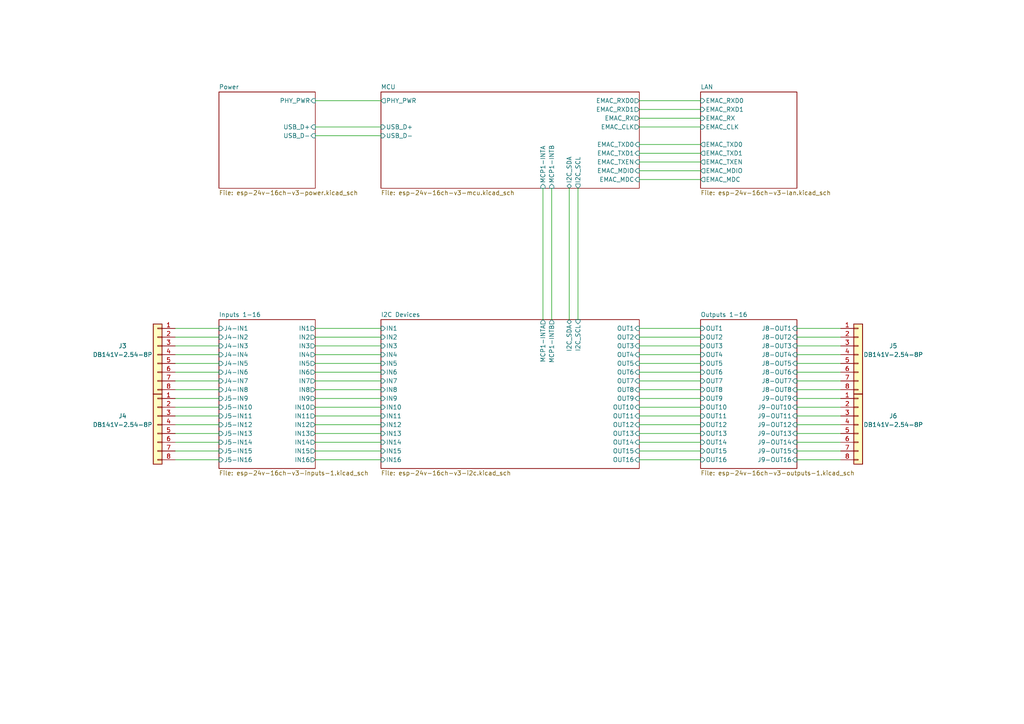
<source format=kicad_sch>
(kicad_sch (version 20231120) (generator "eeschema") (generator_version "8.0")
  (paper "A4")
  (title_block (title "ESP 16x 24VDC Input 16x 24VDC Output Module") (date "2024-11-06") (rev "V3"))
  (lib_symbols
    (symbol "Connector_Generic:Conn_01x08" (pin_names (offset 1.016) hide)
      (property "Reference" "J" (at 0 10.16 0))
      (property "Value" "Conn_01x08" (at 0 -12.7 0))
      (symbol "Conn_01x08_1_1"
        (rectangle (start -1.27 -10.033) (end 0 -10.287) (stroke (width 0.1524)))
        (rectangle (start -1.27 -7.493) (end 0 -7.747) (stroke (width 0.1524)))
        (rectangle (start -1.27 -4.953) (end 0 -5.207) (stroke (width 0.1524)))
        (rectangle (start -1.27 -2.413) (end 0 -2.667) (stroke (width 0.1524)))
        (rectangle (start -1.27 0.127) (end 0 -0.127) (stroke (width 0.1524)))
        (rectangle (start -1.27 2.667) (end 0 2.413) (stroke (width 0.1524)))
        (rectangle (start -1.27 5.207) (end 0 4.953) (stroke (width 0.1524)))
        (rectangle (start -1.27 7.747) (end 0 7.493) (stroke (width 0.1524)))
        (rectangle (start -1.27 8.89) (end 1.27 -11.43) (stroke (width 0.254)) (fill (type background)))
        (pin passive line (at -5.08 7.62 0) (length 3.81) (name "Pin_1") (number "1"))
        (pin passive line (at -5.08 5.08 0) (length 3.81) (name "Pin_2") (number "2"))
        (pin passive line (at -5.08 2.54 0) (length 3.81) (name "Pin_3") (number "3"))
        (pin passive line (at -5.08 0 0) (length 3.81) (name "Pin_4") (number "4"))
        (pin passive line (at -5.08 -2.54 0) (length 3.81) (name "Pin_5") (number "5"))
        (pin passive line (at -5.08 -5.08 0) (length 3.81) (name "Pin_6") (number "6"))
        (pin passive line (at -5.08 -7.62 0) (length 3.81) (name "Pin_7") (number "7"))
        (pin passive line (at -5.08 -10.16 0) (length 3.81) (name "Pin_8") (number "8"))
      )
    )
  )
  (wire (pts (xy 91.44 133.35) (xy 110.49 133.35)))
  (wire (pts (xy 91.44 36.83) (xy 110.49 36.83)))
  (wire (pts (xy 91.44 115.57) (xy 110.49 115.57)))
  (wire (pts (xy 185.42 41.91) (xy 203.2 41.91)))
  (wire (pts (xy 231.14 100.33) (xy 243.84 100.33)))
  (wire (pts (xy 185.42 52.07) (xy 203.2 52.07)))
  (wire (pts (xy 50.8 97.79) (xy 63.5 97.79)))
  (wire (pts (xy 231.14 133.35) (xy 243.84 133.35)))
  (wire (pts (xy 231.14 110.49) (xy 243.84 110.49)))
  (wire (pts (xy 91.44 29.21) (xy 110.49 29.21)))
  (wire (pts (xy 91.44 123.19) (xy 110.49 123.19)))
  (wire (pts (xy 185.42 34.29) (xy 203.2 34.29)))
  (wire (pts (xy 50.8 128.27) (xy 63.5 128.27)))
  (wire (pts (xy 231.14 95.25) (xy 243.84 95.25)))
  (wire (pts (xy 231.14 130.81) (xy 243.84 130.81)))
  (wire (pts (xy 91.44 120.65) (xy 110.49 120.65)))
  (wire (pts (xy 185.42 100.33) (xy 203.2 100.33)))
  (wire (pts (xy 165.1 54.61) (xy 165.1 92.71)))
  (wire (pts (xy 185.42 123.19) (xy 203.2 123.19)))
  (wire (pts (xy 231.14 102.87) (xy 243.84 102.87)))
  (wire (pts (xy 50.8 107.95) (xy 63.5 107.95)))
  (wire (pts (xy 91.44 118.11) (xy 110.49 118.11)))
  (wire (pts (xy 50.8 133.35) (xy 63.5 133.35)))
  (wire (pts (xy 50.8 113.03) (xy 63.5 113.03)))
  (wire (pts (xy 231.14 128.27) (xy 243.84 128.27)))
  (wire (pts (xy 91.44 105.41) (xy 110.49 105.41)))
  (wire (pts (xy 185.42 31.75) (xy 203.2 31.75)))
  (wire (pts (xy 185.42 97.79) (xy 203.2 97.79)))
  (wire (pts (xy 185.42 44.45) (xy 203.2 44.45)))
  (wire (pts (xy 231.14 123.19) (xy 243.84 123.19)))
  (wire (pts (xy 185.42 102.87) (xy 203.2 102.87)))
  (wire (pts (xy 50.8 115.57) (xy 63.5 115.57)))
  (wire (pts (xy 231.14 125.73) (xy 243.84 125.73)))
  (wire (pts (xy 91.44 130.81) (xy 110.49 130.81)))
  (wire (pts (xy 91.44 125.73) (xy 110.49 125.73)))
  (wire (pts (xy 185.42 113.03) (xy 203.2 113.03)))
  (wire (pts (xy 185.42 110.49) (xy 203.2 110.49)))
  (wire (pts (xy 185.42 107.95) (xy 203.2 107.95)))
  (wire (pts (xy 185.42 105.41) (xy 203.2 105.41)))
  (wire (pts (xy 50.8 102.87) (xy 63.5 102.87)))
  (wire (pts (xy 50.8 105.41) (xy 63.5 105.41)))
  (wire (pts (xy 50.8 130.81) (xy 63.5 130.81)))
  (wire (pts (xy 231.14 113.03) (xy 243.84 113.03)))
  (wire (pts (xy 50.8 100.33) (xy 63.5 100.33)))
  (wire (pts (xy 91.44 95.25) (xy 110.49 95.25)))
  (wire (pts (xy 91.44 102.87) (xy 110.49 102.87)))
  (wire (pts (xy 91.44 100.33) (xy 110.49 100.33)))
  (wire (pts (xy 91.44 107.95) (xy 110.49 107.95)))
  (wire (pts (xy 185.42 95.25) (xy 203.2 95.25)))
  (wire (pts (xy 160.02 54.61) (xy 160.02 92.71)))
  (wire (pts (xy 91.44 110.49) (xy 110.49 110.49)))
  (wire (pts (xy 185.42 49.53) (xy 203.2 49.53)))
  (wire (pts (xy 185.42 118.11) (xy 203.2 118.11)))
  (wire (pts (xy 50.8 125.73) (xy 63.5 125.73)))
  (wire (pts (xy 91.44 39.37) (xy 110.49 39.37)))
  (wire (pts (xy 231.14 107.95) (xy 243.84 107.95)))
  (wire (pts (xy 157.48 54.61) (xy 157.48 92.71)))
  (wire (pts (xy 185.42 130.81) (xy 203.2 130.81)))
  (wire (pts (xy 185.42 46.99) (xy 203.2 46.99)))
  (wire (pts (xy 91.44 128.27) (xy 110.49 128.27)))
  (wire (pts (xy 50.8 95.25) (xy 63.5 95.25)))
  (wire (pts (xy 231.14 118.11) (xy 243.84 118.11)))
  (wire (pts (xy 50.8 123.19) (xy 63.5 123.19)))
  (wire (pts (xy 91.44 97.79) (xy 110.49 97.79)))
  (wire (pts (xy 50.8 118.11) (xy 63.5 118.11)))
  (wire (pts (xy 185.42 120.65) (xy 203.2 120.65)))
  (wire (pts (xy 185.42 133.35) (xy 203.2 133.35)))
  (wire (pts (xy 167.64 54.61) (xy 167.64 92.71)))
  (wire (pts (xy 231.14 120.65) (xy 243.84 120.65)))
  (wire (pts (xy 185.42 125.73) (xy 203.2 125.73)))
  (wire (pts (xy 50.8 120.65) (xy 63.5 120.65)))
  (wire (pts (xy 231.14 105.41) (xy 243.84 105.41)))
  (wire (pts (xy 185.42 128.27) (xy 203.2 128.27)))
  (wire (pts (xy 91.44 113.03) (xy 110.49 113.03)))
  (wire (pts (xy 50.8 110.49) (xy 63.5 110.49)))
  (wire (pts (xy 185.42 36.83) (xy 203.2 36.83)))
  (wire (pts (xy 231.14 115.57) (xy 243.84 115.57)))
  (wire (pts (xy 185.42 29.21) (xy 203.2 29.21)))
  (wire (pts (xy 185.42 115.57) (xy 203.2 115.57)))
  (wire (pts (xy 231.14 97.79) (xy 243.84 97.79)))
  (symbol (lib_id "Connector_Generic:Conn_01x08") (at 248.92 123.19 0) (unit 1)
    (property "Reference" "J6" (at 259.08 120.65 0))
    (property "Value" "DB141V-2.54-8P" (at 259.08 123.19 0))
    (property "Footprint" "Tales:TerminalBlock_Dibo_DB141V-2.54-8P_1x08_P2.54mm_Vertical" (effects (hide yes)))
    (property "JLCPCB BOM" "1" (effects (hide yes)))
    (property "LCSC Part #" "C2898750" (effects (hide yes)))
    (property "Mfr" "DIBO" (effects (hide yes)))
    (property "Mfr PN" "DB141V-2.54-8P" (effects (hide yes)))
    (property "Vendor" "JLCPCB" (effects (hide yes)))
    (property "Vendor PN" "C2898750" (effects (hide yes)))
  )
  (symbol (lib_id "Connector_Generic:Conn_01x08") (at 248.92 102.87 0) (unit 1)
    (property "Reference" "J5" (at 259.08 100.33 0))
    (property "Value" "DB141V-2.54-8P" (at 259.08 102.87 0))
    (property "Footprint" "Tales:TerminalBlock_Dibo_DB141V-2.54-8P_1x08_P2.54mm_Vertical" (effects (hide yes)))
    (property "JLCPCB BOM" "1" (effects (hide yes)))
    (property "LCSC Part #" "C2898750" (effects (hide yes)))
    (property "Mfr" "DIBO" (effects (hide yes)))
    (property "Mfr PN" "DB141V-2.54-8P" (effects (hide yes)))
    (property "Vendor" "JLCPCB" (effects (hide yes)))
    (property "Vendor PN" "C2898750" (effects (hide yes)))
  )
  (symbol (lib_id "Connector_Generic:Conn_01x08") (at 45.72 123.19 0) (mirror y) (unit 1)
    (property "Reference" "J4" (at 35.56 120.65 0))
    (property "Value" "DB141V-2.54-8P" (at 35.56 123.19 0))
    (property "Footprint" "Tales:TerminalBlock_Dibo_DB141V-2.54-8P_1x08_P2.54mm_Vertical" (effects (hide yes)))
    (property "JLCPCB BOM" "1" (effects (hide yes)))
    (property "LCSC Part #" "C2898750" (effects (hide yes)))
    (property "Mfr" "DIBO" (effects (hide yes)))
    (property "Mfr PN" "DB141V-2.54-8P" (effects (hide yes)))
    (property "Vendor" "JLCPCB" (effects (hide yes)))
    (property "Vendor PN" "C2898750" (effects (hide yes)))
  )
  (symbol (lib_id "Connector_Generic:Conn_01x08") (at 45.72 102.87 0) (mirror y) (unit 1)
    (property "Reference" "J3" (at 35.56 100.33 0))
    (property "Value" "DB141V-2.54-8P" (at 35.56 102.87 0))
    (property "Footprint" "Tales:TerminalBlock_Dibo_DB141V-2.54-8P_1x08_P2.54mm_Vertical" (effects (hide yes)))
    (property "JLCPCB BOM" "1" (effects (hide yes)))
    (property "LCSC Part #" "C2898750" (effects (hide yes)))
    (property "Mfr" "DIBO" (effects (hide yes)))
    (property "Mfr PN" "DB141V-2.54-8P" (effects (hide yes)))
    (property "Vendor" "JLCPCB" (effects (hide yes)))
    (property "Vendor PN" "C2898750" (effects (hide yes)))
  )
  (sheet (at 203.2 92.71) (size 27.94 43.18) (stroke (width 0.1524))
    (property "Sheetname" "Outputs 1-16" (at 203.2 91.9984 0) (effects (justify left bottom)))
    (property "Sheetfile" "esp-24v-16ch-v3-outputs-1.kicad_sch" (at 203.2 136.4746 0) (effects (justify left top)))
    (pin "OUT5" input (at 203.2 105.41 180))
    (pin "J8-OUT1" input (at 231.14 95.25 0))
    (pin "OUT1" input (at 203.2 95.25 180))
    (pin "OUT6" input (at 203.2 107.95 180))
    (pin "OUT7" input (at 203.2 110.49 180))
    (pin "OUT2" input (at 203.2 97.79 180))
    (pin "J8-OUT3" input (at 231.14 100.33 0))
    (pin "J8-OUT2" input (at 231.14 97.79 0))
    (pin "J8-OUT4" input (at 231.14 102.87 0))
    (pin "OUT4" input (at 203.2 102.87 180))
    (pin "OUT3" input (at 203.2 100.33 180))
    (pin "J8-OUT6" input (at 231.14 107.95 0))
    (pin "J8-OUT7" input (at 231.14 110.49 0))
    (pin "OUT11" input (at 203.2 120.65 180))
    (pin "OUT10" input (at 203.2 118.11 180))
    (pin "OUT9" input (at 203.2 115.57 180))
    (pin "J8-OUT5" input (at 231.14 105.41 0))
    (pin "J8-OUT8" input (at 231.14 113.03 0))
    (pin "OUT12" input (at 203.2 123.19 180))
    (pin "OUT8" input (at 203.2 113.03 180))
    (pin "J9-OUT9" input (at 231.14 115.57 0))
    (pin "J9-OUT10" input (at 231.14 118.11 0))
    (pin "J9-OUT11" input (at 231.14 120.65 0))
    (pin "J9-OUT12" input (at 231.14 123.19 0))
    (pin "OUT13" input (at 203.2 125.73 180))
    (pin "OUT14" input (at 203.2 128.27 180))
    (pin "J9-OUT13" input (at 231.14 125.73 0))
    (pin "J9-OUT14" input (at 231.14 128.27 0))
    (pin "OUT15" input (at 203.2 130.81 180))
    (pin "J9-OUT15" input (at 231.14 130.81 0))
    (pin "OUT16" input (at 203.2 133.35 180))
    (pin "J9-OUT16" input (at 231.14 133.35 0))
  )
  (sheet (at 63.5 26.67) (size 27.94 27.94) (stroke (width 0.1524))
    (property "Sheetname" "Power" (at 63.5 25.9584 0) (effects (justify left bottom)))
    (property "Sheetfile" "esp-24v-16ch-v3-power.kicad_sch" (at 63.5 55.1946 0) (effects (justify left top)))
    (pin "PHY_PWR" input (at 91.44 29.21 0))
    (pin "USB_D+" input (at 91.44 36.83 0))
    (pin "USB_D-" input (at 91.44 39.37 0))
  )
  (sheet (at 63.5 92.71) (size 27.94 43.18) (stroke (width 0.1524))
    (property "Sheetname" "Inputs 1-16" (at 63.5 91.9984 0) (effects (justify left bottom)))
    (property "Sheetfile" "esp-24v-16ch-v3-inputs-1.kicad_sch" (at 63.5 136.4746 0) (effects (justify left top)))
    (pin "IN7" output (at 91.44 110.49 0))
    (pin "IN8" output (at 91.44 113.03 0))
    (pin "IN4" output (at 91.44 102.87 0))
    (pin "IN3" output (at 91.44 100.33 0))
    (pin "IN5" output (at 91.44 105.41 0))
    (pin "IN6" output (at 91.44 107.95 0))
    (pin "IN2" output (at 91.44 97.79 0))
    (pin "IN1" output (at 91.44 95.25 0))
    (pin "IN14" output (at 91.44 128.27 0))
    (pin "IN10" output (at 91.44 118.11 0))
    (pin "IN15" output (at 91.44 130.81 0))
    (pin "IN16" output (at 91.44 133.35 0))
    (pin "IN9" output (at 91.44 115.57 0))
    (pin "IN12" output (at 91.44 123.19 0))
    (pin "IN11" output (at 91.44 120.65 0))
    (pin "IN13" output (at 91.44 125.73 0))
    (pin "J4-IN4" input (at 63.5 102.87 180))
    (pin "J4-IN2" input (at 63.5 97.79 180))
    (pin "J4-IN1" input (at 63.5 95.25 180))
    (pin "J4-IN3" input (at 63.5 100.33 180))
    (pin "J4-IN7" input (at 63.5 110.49 180))
    (pin "J4-IN8" input (at 63.5 113.03 180))
    (pin "J4-IN6" input (at 63.5 107.95 180))
    (pin "J4-IN5" input (at 63.5 105.41 180))
    (pin "J5-IN16" input (at 63.5 133.35 180))
    (pin "J5-IN13" input (at 63.5 125.73 180))
    (pin "J5-IN14" input (at 63.5 128.27 180))
    (pin "J5-IN15" input (at 63.5 130.81 180))
    (pin "J5-IN9" input (at 63.5 115.57 180))
    (pin "J5-IN12" input (at 63.5 123.19 180))
    (pin "J5-IN10" input (at 63.5 118.11 180))
    (pin "J5-IN11" input (at 63.5 120.65 180))
  )
  (sheet (at 110.49 92.71) (size 74.93 43.18) (stroke (width 0.1524))
    (property "Sheetname" "I2C Devices" (at 110.49 91.9984 0) (effects (justify left bottom)))
    (property "Sheetfile" "esp-24v-16ch-v3-i2c.kicad_sch" (at 110.49 136.4746 0) (effects (justify left top)))
    (pin "IN8" input (at 110.49 113.03 180))
    (pin "IN6" input (at 110.49 107.95 180))
    (pin "IN5" input (at 110.49 105.41 180))
    (pin "IN7" input (at 110.49 110.49 180))
    (pin "IN4" input (at 110.49 102.87 180))
    (pin "IN2" input (at 110.49 97.79 180))
    (pin "IN3" input (at 110.49 100.33 180))
    (pin "IN1" input (at 110.49 95.25 180))
    (pin "OUT14" input (at 185.42 128.27 0))
    (pin "OUT16" input (at 185.42 133.35 0))
    (pin "OUT15" input (at 185.42 130.81 0))
    (pin "OUT13" input (at 185.42 125.73 0))
    (pin "OUT9" input (at 185.42 115.57 0))
    (pin "OUT10" input (at 185.42 118.11 0))
    (pin "OUT11" input (at 185.42 120.65 0))
    (pin "OUT12" input (at 185.42 123.19 0))
    (pin "IN15" input (at 110.49 130.81 180))
    (pin "IN16" input (at 110.49 133.35 180))
    (pin "IN9" input (at 110.49 115.57 180))
    (pin "IN11" input (at 110.49 120.65 180))
    (pin "IN10" input (at 110.49 118.11 180))
    (pin "IN12" input (at 110.49 123.19 180))
    (pin "IN14" input (at 110.49 128.27 180))
    (pin "IN13" input (at 110.49 125.73 180))
    (pin "OUT4" input (at 185.42 102.87 0))
    (pin "OUT3" input (at 185.42 100.33 0))
    (pin "OUT5" input (at 185.42 105.41 0))
    (pin "OUT7" input (at 185.42 110.49 0))
    (pin "OUT6" input (at 185.42 107.95 0))
    (pin "OUT8" input (at 185.42 113.03 0))
    (pin "OUT2" input (at 185.42 97.79 0))
    (pin "OUT1" input (at 185.42 95.25 0))
    (pin "I2C_SDA" bidirectional (at 165.1 92.71 90))
    (pin "I2C_SCL" input (at 167.64 92.71 90))
    (pin "MCP1-INTB" output (at 160.02 92.71 90))
    (pin "MCP1-INTA" output (at 157.48 92.71 90))
  )
  (sheet (at 203.2 26.67) (size 27.94 27.94) (stroke (width 0.1524))
    (property "Sheetname" "LAN" (at 203.2 25.9584 0) (effects (justify left bottom)))
    (property "Sheetfile" "esp-24v-16ch-v3-lan.kicad_sch" (at 203.2 55.1946 0) (effects (justify left top)))
    (pin "EMAC_RX" input (at 203.2 34.29 180))
    (pin "EMAC_MDIO" output (at 203.2 49.53 180))
    (pin "EMAC_TXD0" output (at 203.2 41.91 180))
    (pin "EMAC_TXD1" output (at 203.2 44.45 180))
    (pin "EMAC_TXEN" output (at 203.2 46.99 180))
    (pin "EMAC_RXD1" input (at 203.2 31.75 180))
    (pin "EMAC_RXD0" input (at 203.2 29.21 180))
    (pin "EMAC_MDC" output (at 203.2 52.07 180))
    (pin "EMAC_CLK" input (at 203.2 36.83 180))
  )
  (sheet (at 110.49 26.67) (size 74.93 27.94) (stroke (width 0.1524))
    (property "Sheetname" "MCU" (at 110.49 25.9584 0) (effects (justify left bottom)))
    (property "Sheetfile" "esp-24v-16ch-v3-mcu.kicad_sch" (at 110.49 55.1946 0) (effects (justify left top)))
    (pin "PHY_PWR" output (at 110.49 29.21 180))
    (pin "EMAC_MDIO" input (at 185.42 49.53 0))
    (pin "EMAC_TXD0" input (at 185.42 41.91 0))
    (pin "EMAC_CLK" output (at 185.42 36.83 0))
    (pin "EMAC_MDC" input (at 185.42 52.07 0))
    (pin "EMAC_RXD0" output (at 185.42 29.21 0))
    (pin "EMAC_TXEN" input (at 185.42 46.99 0))
    (pin "EMAC_TXD1" input (at 185.42 44.45 0))
    (pin "EMAC_RXD1" output (at 185.42 31.75 0))
    (pin "EMAC_RX" output (at 185.42 34.29 0))
    (pin "I2C_SDA" bidirectional (at 165.1 54.61 270))
    (pin "I2C_SCL" output (at 167.64 54.61 270))
    (pin "MCP1-INTA" input (at 157.48 54.61 270))
    (pin "MCP1-INTB" input (at 160.02 54.61 270))
    (pin "USB_D+" input (at 110.49 36.83 180))
    (pin "USB_D-" input (at 110.49 39.37 180))
  )
)
</source>
